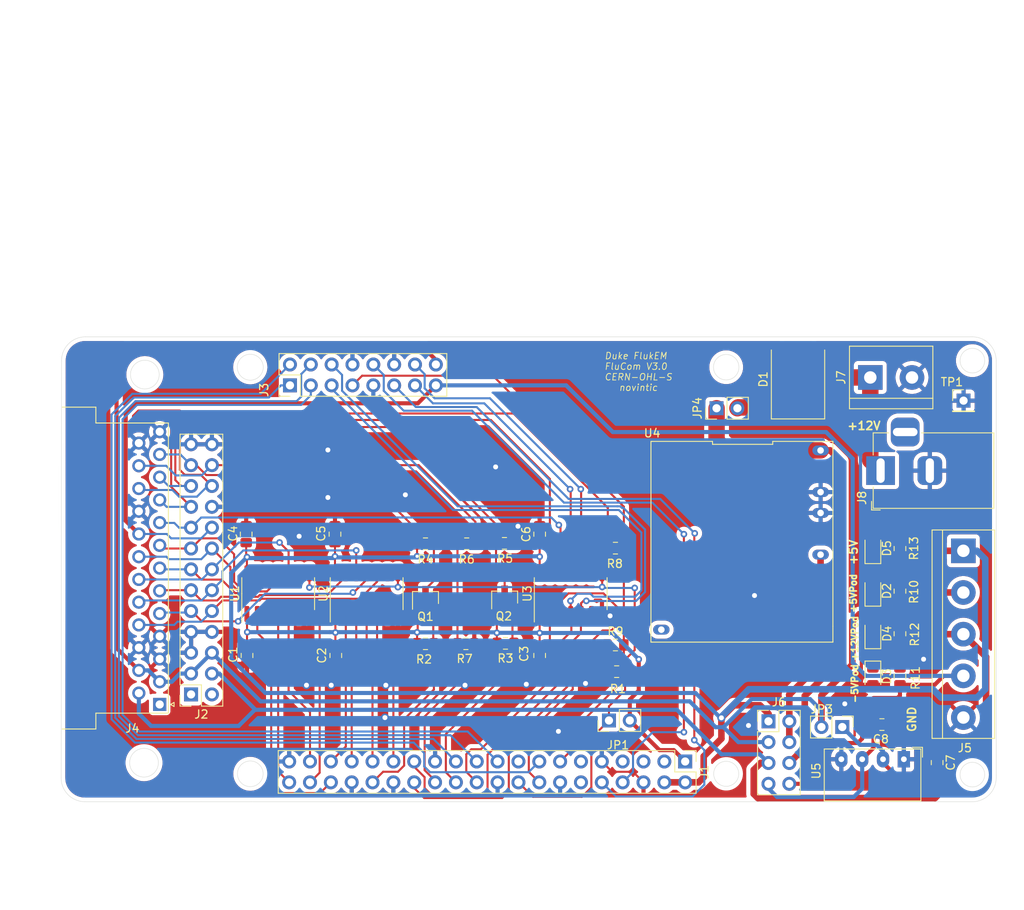
<source format=kicad_pcb>
(kicad_pcb (version 20211014) (generator pcbnew)
  (title_block (title "FluCom") (date "2022-04-08") (rev "3.0") (comment 1 "CERN-OHL-version-2 ") (comment 3 "mirko (novintic)"))
  (layers (0 "F.Cu" signal) (31 "B.Cu" signal) (34 "B.Paste" user) (35 "F.Paste" user) (36 "B.SilkS" user "B.Silkscreen") (37 "F.SilkS" user "F.Silkscreen") (38 "B.Mask" user) (39 "F.Mask" user) (44 "Edge.Cuts" user))
  (net 0 "")
  (net 1 "+3V3")
  (net 2 "GND")
  (net 3 "+5V")
  (net 4 "Net-(C7-Pad2)")
  (net 5 "Net-(C8-Pad1)")
  (net 6 "Net-(D2-Pad2)")
  (net 7 "Net-(D3-Pad1)")
  (net 10 "Net-(D1-Pad2)")
  (net 12 "TX_A")
  (net 13 "Net-(D4-Pad2)")
  (net 14 "+12V")
  (net 15 "Net-(D5-Pad2)")
  (net 16 "RX_A")
  (net 19 "SPICS_A")
  (net 21 "MOSI_A")
  (net 22 "~{PODprsnt_A}")
  (net 23 "OE")
  (net 24 "MISO_A")
  (net 25 "PWRFAIL_A")
  (net 27 "~{RESET_A}")
  (net 28 "~{PODSTAT_A}")
  (net 30 "Net-(J6-Pad2)")
  (net 31 "DA7")
  (net 32 "DA6")
  (net 33 "~{MAINSTAT_A}")
  (net 34 "DA5")
  (net 35 "DA4")
  (net 36 "DA0")
  (net 37 "DA3")
  (net 38 "DA1")
  (net 39 "DA2")
  (net 40 "Net-(J6-Pad6)")
  (net 41 "+5V_Pod")
  (net 42 "DB6")
  (net 43 "DB4")
  (net 44 "DB2")
  (net 45 "DB0")
  (net 46 "~{PODprsnt_B}")
  (net 47 "~{SYNC_B}")
  (net 48 "PWRFAIL_B")
  (net 49 "~{MAINSTAT_B}")
  (net 50 "+12V_Pod")
  (net 51 "DB7")
  (net 52 "DB5")
  (net 53 "DB3")
  (net 54 "DB1")
  (net 55 "-5V")
  (net 56 "~{RESET_B}")
  (net 57 "~{PODSTAT_B}")
  (net 60 "~{SYNC_A}")
  (net 67 "SPISCK_A")
  (net 68 "GPIO0_A")
  (net 69 "GPIO1_A")
  (net 70 "GPIO0_B")
  (net 71 "GPIO1_B")
  (footprint "Capacitor_SMD:C_0805_2012Metric_Pad1.15x1.40mm_HandSolder" (layer "F.Cu") (at 79.6036 122.5804 -90)
    (fp_text reference "C1")
    (fp_text value "0.1uF")
  )
  (footprint "Capacitor_SMD:C_0805_2012Metric_Pad1.15x1.40mm_HandSolder" (layer "F.Cu") (at 90.424 122.5804 -90)
    (fp_text reference "C2")
    (fp_text value "0.1uF")
  )
  (footprint "Capacitor_SMD:C_0805_2012Metric_Pad1.15x1.40mm_HandSolder" (layer "F.Cu") (at 90.3224 107.7976 90)
    (fp_text reference "C5")
    (fp_text value "0.1uF")
  )
  (footprint "Capacitor_SMD:C_0805_2012Metric_Pad1.15x1.40mm_HandSolder" (layer "F.Cu") (at 163.703 135.636 -90)
    (fp_text reference "C7")
    (fp_text value "4.7uF")
  )
  (footprint "LED_SMD:LED_0805_2012Metric_Pad1.15x1.40mm_HandSolder" (layer "F.Cu") (at 155.875 114.71 90)
    (fp_text reference "D2")
    (fp_text value "LED_Small")
  )
  (footprint "LED_SMD:LED_0805_2012Metric_Pad1.15x1.40mm_HandSolder" (layer "F.Cu") (at 155.875 125.125 -90)
    (fp_text reference "D3")
    (fp_text value "LED_Small")
  )
  (footprint "LED_SMD:LED_0805_2012Metric_Pad1.15x1.40mm_HandSolder" (layer "F.Cu") (at 155.875 119.895 90)
    (fp_text reference "D4")
    (fp_text value "LED_Small")
  )
  (footprint "LED_SMD:LED_0805_2012Metric_Pad1.15x1.40mm_HandSolder" (layer "F.Cu") (at 155.875 109.525 90)
    (fp_text reference "D5")
    (fp_text value "LED_Small")
  )
  (footprint "Diode_SMD:D_SMC" (layer "F.Cu") (at 146.75 88.95 90)
    (fp_text reference "D1")
    (fp_text value "B320")
  )
  (footprint "Connector_PinHeader_2.54mm:PinHeader_2x20_P2.54mm_Vertical" (layer "F.Cu") (at 133 135.5 -90)
    (fp_text reference "J1")
    (fp_text value "Raspberry_Pi_2_3")
  )
  (footprint "Fluke6809POD:PinHeader_2x13_P2.54mm_Vertical_Fluke_Numbering_mirrored" (layer "F.Cu") (at 75.325 127.325 180)
    (fp_text reference "J2")
    (fp_text value "Debug")
  )
  (footprint "Connector_BarrelJack:BarrelJack_Horizontal" (layer "F.Cu") (at 156.814 100.05 180)
    (fp_text reference "J8")
    (fp_text value "12V in Barrel Jack")
  )
  (footprint "TerminalBlock:TerminalBlock_bornier-5_P5.08mm" (layer "F.Cu") (at 166.9 109.825 -90)
    (fp_text reference "J5")
    (fp_text value "POWER")
  )
  (footprint "TerminalBlock:TerminalBlock_bornier-2_P5.08mm" (layer "F.Cu") (at 155.56 88.7)
    (fp_text reference "J7")
    (fp_text value "12V in")
  )
  (footprint "Connector_PinHeader_2.54mm:PinHeader_1x02_P2.54mm_Vertical" (layer "F.Cu") (at 152.146 131.3 -90)
    (fp_text reference "JP3")
    (fp_text value "Onboard -5V")
  )
  (footprint "Package_TO_SOT_SMD:SOT-23" (layer "F.Cu") (at 111 115.5 90)
    (fp_text reference "Q2")
    (fp_text value "BSS138")
  )
  (footprint "Resistor_SMD:R_0805_2012Metric_Pad1.15x1.40mm_HandSolder" (layer "F.Cu") (at 159.175 114.741666 90)
    (fp_text reference "R10")
    (fp_text value "300R")
  )
  (footprint "Resistor_SMD:R_0805_2012Metric_Pad1.15x1.40mm_HandSolder" (layer "F.Cu") (at 159.175 119.933332 90)
    (fp_text reference "R12")
    (fp_text value "700R")
  )
  (footprint "Resistor_SMD:R_0805_2012Metric_Pad1.15x1.40mm_HandSolder" (layer "F.Cu") (at 159.175 109.55 90)
    (fp_text reference "R13")
    (fp_text value "300R")
  )
  (footprint "Resistor_SMD:R_0805_2012Metric_Pad1.15x1.40mm_HandSolder" (layer "F.Cu") (at 111.1 121.1 180)
    (fp_text reference "R3")
    (fp_text value "10K")
  )
  (footprint "Resistor_SMD:R_0805_2012Metric_Pad1.15x1.40mm_HandSolder" (layer "F.Cu") (at 106.275 121.15 180)
    (fp_text reference "R7")
    (fp_text value "20K(10K works)")
  )
  (footprint "Connector_PinHeader_2.54mm:PinHeader_1x01_P2.54mm_Vertical" (layer "F.Cu") (at 166.925 91.525)
    (fp_text reference "TP1")
    (fp_text value "TestPoint")
  )
  (footprint "Package_SO:SOIC-14_3.9x8.7mm_P1.27mm" (layer "F.Cu") (at 83.4 115.047 90)
    (fp_text reference "U1")
    (fp_text value "TXS0104EPW")
  )
  (footprint "Package_SO:SOIC-14_3.9x8.7mm_P1.27mm" (layer "F.Cu") (at 94.1832 115.047 90)
    (fp_text reference "U2")
    (fp_text value "TXS0104EPW")
  )
  (footprint "Converter_DCDC:Converter_DCDC_muRata_CRE1xxxxxxSC_THT" (layer "F.Cu") (at 159.65 135.225 -90)
    (fp_text reference "U5")
    (fp_text value "B0505S")
  )
  (footprint "Resistor_SMD:R_0805_2012Metric_Pad1.15x1.40mm_HandSolder" (layer "F.Cu") (at 101.352 121.15 180)
    (fp_text reference "R2")
    (fp_text value "10K")
  )
  (footprint "Resistor_SMD:R_0805_2012Metric_Pad1.15x1.40mm_HandSolder" (layer "F.Cu") (at 101.352 108.966 180)
    (fp_text reference "R4")
    (fp_text value "10K")
  )
  (footprint "Package_TO_SOT_SMD:SOT-23" (layer "F.Cu") (at 101.352 115.55 90)
    (fp_text reference "Q1")
    (fp_text value "BSS138")
  )
  (footprint "Resistor_SMD:R_0805_2012Metric_Pad1.15x1.40mm_HandSolder" (layer "F.Cu") (at 110.975 108.916)
    (fp_text reference "R5")
    (fp_text value "10K")
  )
  (footprint "Resistor_SMD:R_0805_2012Metric_Pad1.15x1.40mm_HandSolder" (layer "F.Cu") (at 124.650001 124.550001)
    (fp_text reference "R1")
    (fp_text value "R_Small")
  )
  (footprint "Capacitor_SMD:C_0805_2012Metric_Pad1.15x1.40mm_HandSolder" (layer "F.Cu") (at 79.502 107.7976 90)
    (fp_text reference "C4")
    (fp_text value "0.1uF")
  )
  (footprint "Capacitor_SMD:C_0805_2012Metric_Pad1.15x1.40mm_HandSolder" (layer "F.Cu") (at 115.2652 122.5804 -90)
    (fp_text reference "C3")
    (fp_text value "0.1uF")
  )
  (footprint "Capacitor_SMD:C_0805_2012Metric_Pad1.15x1.40mm_HandSolder" (layer "F.Cu") (at 115.2652 107.7976 90)
    (fp_text reference "C6")
    (fp_text value "0.1uF")
  )
  (footprint "Package_SO:SOIC-14_3.9x8.7mm_P1.27mm" (layer "F.Cu") (at 119.048 115.047 90)
    (fp_text reference "U3")
    (fp_text value "TXS0104EPW")
  )
  (footprint "Capacitor_SMD:C_0805_2012Metric_Pad1.15x1.40mm_HandSolder" (layer "F.Cu") (at 156.975 131)
    (fp_text reference "C8")
    (fp_text value "10uF")
  )
  (footprint "Resistor_SMD:R_0805_2012Metric_Pad1.15x1.40mm_HandSolder" (layer "F.Cu") (at 159.175 125.125 90)
    (fp_text reference "R11")
    (fp_text value "300R")
  )
  (footprint "Connector_Dsub:DSUB-25_Female_Horizontal_P2.77x2.54mm_EdgePinOffset9.40mm" (layer "F.Cu") (at 68.961 128.55 -90)
    (fp_text reference "J4")
    (fp_text value "DB25_Female")
  )
  (footprint "Connector_PinHeader_2.54mm:PinHeader_1x02_P2.54mm_Vertical" (layer "F.Cu") (at 123.71 130.5 90)
    (fp_text reference "JP1")
    (fp_text value "OE")
  )
  (footprint "Resistor_SMD:R_0805_2012Metric_Pad1.15x1.40mm_HandSolder" (layer "F.Cu") (at 124.5 109.5 180)
    (fp_text reference "R8")
    (fp_text value "10K")
  )
  (footprint "Resistor_SMD:R_0805_2012Metric_Pad1.15x1.40mm_HandSolder" (layer "F.Cu") (at 106.375 108.966)
    (fp_text reference "R6")
    (fp_text value "10K")
  )
  (footprint "Resistor_SMD:R_0805_2012Metric_Pad1.15x1.40mm_HandSolder" (layer "F.Cu") (at 124.5 121.3)
    (fp_text reference "R9")
    (fp_text value "20K(10K works)")
  )
  (footprint "Connector_PinHeader_2.54mm:PinHeader_2x04_P2.54mm_Vertical" (layer "F.Cu") (at 143.15 130.6)
    (fp_text reference "J6")
    (fp_text value "PWset")
  )
  (footprint "Connector_PinHeader_2.54mm:PinHeader_2x08_P2.54mm_Vertical" (layer "F.Cu") (at 84.836 89.662 90)
    (fp_text reference "J3")
    (fp_text value "Conn_02x08_Top_Bottom")
  )
  (footprint "Converter_DCDC:CK1408" (layer "F.Cu") (at 140 107.75 -90)
    (fp_text reference "U4")
    (fp_text value "CK1408")
  )
  (footprint "Connector_PinHeader_2.54mm:PinHeader_1x02_P2.54mm_Vertical" (layer "F.Cu") (at 136.825 92.45 90)
    (fp_text reference "JP4")
    (fp_text value "Jumper_NC_Small")
  )
  (gr_line (start 80.099944 140.398335) (end 138 140.4) (layer "Edge.Cuts") (width 0.05))
  (gr_arc (start 59.85 140.4) (mid 57.79939 139.55061) (end 56.95 137.5) (layer "Edge.Cuts") (width 0.05))
  (gr_line (start 74.05 140.4) (end 59.85 140.4) (layer "Edge.Cuts") (width 0.05))
  (gr_line (start 59.9 83.75) (end 168 83.75) (layer "Edge.Cuts") (width 0.05))
  (gr_arc (start 170.9 137.5) (mid 170.05061 139.55061) (end 168 140.4) (layer "Edge.Cuts") (width 0.05))
  (gr_circle (center 168 137.1) (end 169.5 137.1) (layer "Edge.Cuts") (width 0.05) (fill none))
  (gr_line (start 170.9 137.1) (end 170.9 137.5) (layer "Edge.Cuts") (width 0.05))
  (gr_circle (center 80 87.45) (end 81.3 88.35) (layer "Edge.Cuts") (width 0.05) (fill none))
  (gr_line (start 74.05 140.4) (end 80.099944 140.398335) (layer "Edge.Cuts") (width 0.05))
  (gr_circle (center 67.05 135.65) (end 67.05 133.9) (layer "Edge.Cuts") (width 0.05) (fill none))
  (gr_arc (start 168 83.75) (mid 170.05061 84.59939) (end 170.9 86.65) (layer "Edge.Cuts") (width 0.05))
  (gr_arc (start 57 86.65) (mid 57.84939 84.59939) (end 59.9 83.75) (layer "Edge.Cuts") (width 0.05))
  (gr_circle (center 80 137) (end 81.4 137.7) (layer "Edge.Cuts") (width 0.05) (fill none))
  (gr_circle (center 138 137) (end 139.3 137.8) (layer "Edge.Cuts") (width 0.05) (fill none))
  (gr_line (start 57 86.65) (end 56.95 137.5) (layer "Edge.Cuts") (width 0.05))
  (gr_line (start 170.9 137.1) (end 170.9 86.65) (layer "Edge.Cuts") (width 0.05))
  (gr_line (start 138 140.4) (end 168 140.4) (layer "Edge.Cuts") (width 0.05))
  (gr_circle (center 168 86.65) (end 169.5 86.65) (layer "Edge.Cuts") (width 0.05) (fill none))
  (gr_circle (center 138 87.45) (end 139.5 87.85) (layer "Edge.Cuts") (width 0.05) (fill none))
  (gr_circle (center 67.15 88.35) (end 67.15 86.6) (layer "Edge.Cuts") (width 0.05) (fill none))
  (gr_text "Duke FlukEM \nFluCom V3.0 \nCERN-OHL-S\nnovintic" (at 127.3 88) (layer "F.SilkS") (effects (font (size 0.8 0.8) (thickness 0.1) italic)))
  (gr_text "+5VPod" (at 153.5 115 90) (layer "F.SilkS") (effects (font (size 0.8 0.8) (thickness 0.2))))
  (gr_text "+12V" (at 154.7876 94.5896) (layer "F.SilkS") (effects (font (size 1 1) (thickness 0.2))))
  (gr_text "GND" (at 160.6296 130.3528 90) (layer "F.SilkS") (effects (font (size 1 1) (thickness 0.2))))
  (gr_text "+12VPod" (at 153.67 120.5 90) (layer "F.SilkS") (effects (font (size 0.8 0.8) (thickness 0.2))))
  (gr_text "-5VPod" (at 153.67 126 90) (layer "F.SilkS") (effects (font (size 0.8 0.8) (thickness 0.2))))
  (gr_text "+5V" (at 153.5 110 90) (layer "F.SilkS") (effects (font (size 1 1) (thickness 0.2))))
  (segment (start 127.343493 126.859707) (end 127.343493 123.042991) (width 0.5) (layer "F.Cu") (net 1))
  (segment (start 110.05 116.5) (end 110.05 119.82) (width 0.25) (layer "F.Cu") (net 1))
  (segment (start 79.6036 119.7864) (end 79.6036 121.5554) (width 0.249987) (layer "F.Cu") (net 1))
  (segment (start 90.3732 119.7864) (end 90.3732 117.522) (width 0.249987) (layer "F.Cu") (net 1))
  (segment (start 131.612 134.112) (end 133 135.5) (width 0.5) (layer "F.Cu") (net 1))
  (segment (start 126.25 130.5) (end 129.862 134.112) (width 0.5) (layer "F.Cu") (net 1))
  (segment (start 100.402 119.689) (end 100.33 119.761) (width 0.25) (layer "F.Cu") (net 1))
  (segment (start 126.25 127.9532) (end 127.343493 126.859707) (width 0.5) (layer "F.Cu") (net 1))
  (segment (start 129.862 134.112) (end 131.612 134.112) (width 0.5) (layer "F.Cu") (net 1))
  (segment (start 100.33 121.147) (end 100.33 119.761) (width 0.25) (layer "F.Cu") (net 1))
  (segment (start 79.6036 119.7864) (end 79.6036 117.5356) (width 0.249987) (layer "F.Cu") (net 1))
  (segment (start 90.3732 119.7864) (end 90.3732 121.5046) (width 0.249987) (layer "F.Cu") (net 1))
  (segment (start 100.402 116.55) (end 100.402 119.689) (width 0.25) (layer "F.Cu") (net 1))
  (segment (start 115.2652 121.5554) (end 115.2652 119.8372) (width 0.249987) (layer "F.Cu") (net 1))
  (segment (start 110.05 119.82) (end 110.05 121.075) (width 0.25) (layer "F.Cu") (net 1))
  (segment (start 115.2652 119.8372) (end 115.2652 117.5492) (width 0.249987) (layer "F.Cu") (net 1))
  (segment (start 126.25 130.5) (end 126.25 127.9532) (width 0.5) (layer "F.Cu") (net 1))
  (via (at 100.33 119.761) (size 0.8) (drill 0.4) (layers "F.Cu" "B.Cu") (net 1))
  (via (at 127.343493 123.042991) (size 0.8) (drill 0.4) (layers "F.Cu" "B.Cu") (net 1))
  (via (at 90.3732 119.7864) (size 0.8) (drill 0.4) (layers "F.Cu" "B.Cu") (net 1))
  (via (at 115.2652 119.8372) (size 0.8) (drill 0.4) (layers "F.Cu" "B.Cu") (net 1))
  (via (at 79.632411 119.732567) (size 0.8) (drill 0.4) (layers "F.Cu" "B.Cu") (net 1))
  (via (at 110.05 119.82) (size 0.8) (drill 0.4) (layers "F.Cu" "B.Cu") (net 1))
  (segment (start 89.662 119.7356) (end 79.6798 119.7356) (width 0.5) (layer "B.Cu") (net 1))
  (segment (start 100.292 119.723) (end 100.33 119.761) (width 0.25) (layer "B.Cu") (net 1))
  (segment (start 110.05 119.82) (end 115.248 119.82) (width 0.5) (layer "B.Cu") (net 1))
  (segment (start 109.991 119.761) (end 100.33 119.761) (width 0.5) (layer "B.Cu") (net 1))
  (segment (start 110.05 119.82) (end 109.991 119.761) (width 0.25) (layer "B.Cu") (net 1))
  (segment (start 89.7 119.7356) (end 100.292 119.7356) (width 0.5) (layer "B.Cu") (net 1))
  (segment (start 124.137702 119.8372) (end 115.2652 119.8372) (width 0.5) (layer "B.Cu") (net 1))
  (segment (start 115.248 119.82) (end 115.2652 119.8372) (width 0.5) (layer "B.Cu") (net 1))
  (segment (start 89.671 119.752) (end 89.7 119.723) (width 0.25) (layer "B.Cu") (net 1))
  (segment (start 79.6888 119.752) (end 79.6544 119.7864) (width 0.5) (layer "B.Cu") (net 1))
  (segment (start 127.343493 123.042991) (end 124.137702 119.8372) (width 0.5) (layer "B.Cu") (net 1))
  (segment (start 126.6336 136.7536) (end 127.92 138.04) (width 0.25) (layer "F.Cu") (net 2))
  (segment (start 124.0936 136.7536) (end 126.6336 136.7536) (width 0.25) (layer "F.Cu") (net 2))
  (segment (start 122.84 135.5) (end 124.0936 136.7536) (width 0.25) (layer "F.Cu") (net 2))
  (via (at 85.9536 108.0516) (size 1) (drill 0.6) (layers "F.Cu" "B.Cu") (net 2))
  (via (at 86.85 126.2029) (size 1) (drill 0.6) (layers "F.Cu" "B.Cu") (net 2))
  (via (at 109.9 99.6) (size 1) (drill 0.6) (layers "F.Cu" "B.Cu") (net 2))
  (via (at 117.5512 131.826) (size 1) (drill 0.6) (layers "F.Cu" "B.Cu") (net 2))
  (via (at 123.8504 117.7544) (size 1) (drill 0.6) (layers "F.Cu" "B.Cu") (net 2))
  (via (at 140.716 131.1148) (size 1) (drill 0.6) (layers "F.Cu" "B.Cu") (net 2))
  (via (at 120.8532 125.984) (size 1) (drill 0.6) (layers "F.Cu" "B.Cu") (net 2))
  (via (at 152.4508 128.4732) (size 1) (drill 0.6) (layers "F.Cu" "B.Cu") (net 2))
  (via (at 162.052 123.0376) (size 1) (drill 0.6) (layers "F.Cu" "B.Cu") (net 2))
  (via (at 141.448 115.275) (size 1) (drill 0.6) (layers "F.Cu" "B.Cu") (net 2))
  (via (at 89.4588 97.536) (size 1) (drill 0.6) (layers "F.Cu" "B.Cu") (net 2))
  (via (at 96.411463 130.149989) (size 1) (drill 0.6) (layers "F.Cu" "B.Cu") (net 2))
  (via (at 106.172 126.2029) (size 1) (drill 0.6) (layers "F.Cu" "B.Cu") (net 2))
  (via (at 98.9 103) (size 1) (drill 0.6) (layers "F.Cu" "B.Cu") (net 2))
  (via (at 89.4588 103.3272) (size 1) (drill 0.6) (layers "F.Cu" "B.Cu") (net 2))
  (via (at 96.52 126.2029) (size 1) (drill 0.6) (layers "F.Cu" "B.Cu") (net 2))
  (via (at 113.6396 126.0856) (size 1) (drill 0.6) (layers "F.Cu" "B.Cu") (net 2))
  (via (at 112.6236 106.8324) (size 1) (drill 0.6) (layers "F.Cu" "B.Cu") (net 2))
  (via (at 89.8652 126.2029) (size 1) (drill 0.6) (layers "F.Cu" "B.Cu") (net 2))
  (segment (start 112 108.916) (end 115.1718 108.916) (width 0.249987) (layer "F.Cu") (net 3))
  (segment (start 79.502 110.49) (end 79.6036 110.5916) (width 0.249987) (layer "F.Cu") (net 3))
  (segment (start 100.327 110.487) (end 100.33 110.49) (width 0.249987) (layer "F.Cu") (net 3))
  (segment (start 163.098 109.825) (end 162.348 110.575) (width 0.8) (layer "F.Cu") (net 3))
  (segment (start 133 138.04) (end 130.46 138.04) (width 0.8) (layer "F.Cu") (net 3))
  (segment (start 138.938 128.651) (end 137.414 130.175) (width 0.8) (layer "F.Cu") (net 3))
  (segment (start 135.255 134.874) (end 135.255 137.414) (width 0.8) (layer "F.Cu") (net 3))
  (segment (start 79.59 110.6052) (end 79.6036 110.5916) (width 0.249987) (layer "F.Cu") (net 3))
  (segment (start 137.414 130.175) (end 137.414 132.715) (width 0.8) (layer "F.Cu") (net 3))
  (segment (start 115.2652 108.8226) (end 115.2652 110.5408) (width 0.249987) (layer "F.Cu") (net 3))
  (segment (start 143.15 130.6) (end 143.15 129.688) (width 0.8) (layer "F.Cu") (net 3))
  (segment (start 142.113 128.651) (end 138.938 128.651) (width 0.8) (layer "F.Cu") (net 3))
  (segment (start 100.327 108.966) (end 100.327 110.487) (width 0.249987) (layer "F.Cu") (net 3))
  (segment (start 137.414 132.715) (end 135.255 134.874) (width 0.8) (layer "F.Cu") (net 3))
  (segment (start 143.15 129.688) (end 142.113 128.651) (width 0.8) (layer "F.Cu") (net 3))
  (segment (start 90.3224 108.8226) (end 90.3224 110.5033) (width 0.249987) (layer "F.Cu") (net 3))
  (segment (start 115.2652 110.5408) (end 115.2652 112.5448) (width 0.249987) (layer "F.Cu") (net 3))
  (segment (start 90.3224 112.5212) (end 90.3224 110.5033) (width 0.249987) (layer "F.Cu") (net 3))
  (segment (start 79.59 112.572) (end 79.59 110.6052) (width 0.249987) (layer "F.Cu") (net 3))
  (segment (start 134.629 138.04) (end 133 138.04) (width 0.8) (layer "F.Cu") (net 3))
  (segment (start 166.9 109.825) (end 163.098 109.825) (width 0.8) (layer "F.Cu") (net 3))
  (segment (start 162.348 110.575) (end 159.175 110.575) (width 0.8) (layer "F.Cu") (net 3))
  (segment (start 79.502 108.8226) (end 79.502 110.49) (width 0.249987) (layer "F.Cu") (net 3))
  (segment (start 135.255 137.414) (end 134.629 138.04) (width 0.8) (layer "F.Cu") (net 3))
  (via (at 137.414 130.175) (size 1) (drill 0.6) (layers "F.Cu" "B.Cu") (net 3))
  (via (at 115.2652 110.5408) (size 0.8) (drill 0.4) (layers "F.Cu" "B.Cu") (net 3))
  (via (at 100.33 110.49) (size 0.8) (drill 0.4) (layers "F.Cu" "B.Cu") (net 3))
  (via (at 90.3224 110.5033) (size 0.8) (drill 0.4) (layers "F.Cu" "B.Cu") (net 3))
  (via (at 79.6036 110.5916) (size 0.8) (drill 0.4) (layers "F.Cu" "B.Cu") (net 3))
  (segment (start 90.447401 110.628301) (end 90.3224 110.5033) (width 0.5) (layer "B.Cu") (net 3))
  (segment (start 79.6036 110.5916) (end 79.720911 110.708911) (width 0.5) (layer "B.Cu") (net 3))
  (segment (start 81.8388 127.1524) (end 77.6732 122.9868) (width 0.5) (layer "B.Cu") (net 3))
  (segment (start 77.6732 112.522) (end 79.6036 110.5916) (width 0.5) (layer "B.Cu") (net 3))
  (segment (start 79.720911 110.708911) (end 90.116789 110.708911) (width 0.5) (layer "B.Cu") (net 3))
  (segment (start 163.1696 126.6952) (end 164.1856 127.7112) (width 0.8) (layer "B.Cu") (net 3))
  (segment (start 100.33 110.49) (end 115.2144 110.49) (width 0.5) (layer "B.Cu") (net 3))
  (segment (start 100.33 110.49) (end 100.191699 110.628301) (width 0.5) (layer "B.Cu") (net 3))
  (segment (start 100.191699 110.628301) (end 90.447401 110.628301) (width 0.5) (layer "B.Cu") (net 3))
  (segment (start 77.6732 122.9868) (end 77.6732 112.522) (width 0.5) (layer "B.Cu") (net 3))
  (segment (start 140.7668 126.6952) (end 163.1696 126.6952) (width 0.8) (layer "B.Cu") (net 3))
  (segment (start 137.287 130.175) (end 134.2644 127.1524) (width 0.5) (layer "B.Cu") (net 3))
  (segment (start 168.5544 127.7112) (end 169.5704 126.6952) (width 0.8) (layer "B.Cu") (net 3))
  (segment (start 169.5704 126.6952) (end 169.5704 110.8456) (width 0.8) (layer "B.Cu") (net 3))
  (segment (start 90.116789 110.708911) (end 90.3224 110.5033) (width 0.5) (layer "B.Cu") (net 3))
  (segment (start 115.2144 110.49) (end 115.2652 110.5408) (width 0.5) (layer "B.Cu") (net 3))
  (segment (start 137.414 130.175) (end 137.414 130.048) (width 0.8) (layer "B.Cu") (net 3))
  (segment (start 137.414 130.048) (end 140.7668 126.6952) (width 0.8) (layer "B.Cu") (net 3))
  (segment (start 169.5704 110.8456) (end 168.5498 109.825) (width 0.8) (layer "B.Cu") (net 3))
  (segment (start 164.1856 127.7112) (end 168.5544 127.7112) (width 0.8) (layer "B.Cu") (net 3))
  (segment (start 134.2644 127.1524) (end 81.8388 127.1524) (width 0.5) (layer "B.Cu") (net 3))
  (segment (start 168.5498 109.825) (end 166.9 109.825) (width 0.8) (layer "B.Cu") (net 3))
  (segment (start 157.11 135.647) (end 160.388 138.925) (width 0.5) (layer "F.Cu") (net 4))
  (segment (start 163.703 138.049) (end 163.703 136.661) (width 0.5) (layer "F.Cu") (net 4))
  (segment (start 162.827 138.925) (end 163.703 138.049) (width 0.5) (layer "F.Cu") (net 4))
  (segment (start 160.388 138.925) (end 162.827 138.925) (width 0.5) (layer "F.Cu") (net 4))
  (segment (start 152.146 131.3) (end 154.323 133.477) (width 0.5) (layer "B.Cu") (net 4))
  (segment (start 157.11 134.25) (end 157.11 135.225) (width 0.5) (layer "B.Cu") (net 4))
  (segment (start 154.323 133.477) (end 156.337 133.477) (width 0.5) (layer "B.Cu") (net 4))
  (segment (start 156.337 133.477) (end 157.11 134.25) (width 0.5) (layer "B.Cu") (net 4))
  (segment (start 155.95 133.845) (end 155.95 131) (width 0.5) (layer "F.Cu") (net 5))
  (segment (start 154.57 135.225) (end 155.95 133.845) (width 0.5) (layer "F.Cu") (net 5))
  (segment (start 144.1958 139.827) (end 153.543 139.827) (width 0.5) (layer "B.Cu") (net 5))
  (segment (start 154.57 138.8) (end 154.57 135.225) (width 0.5) (layer "B.Cu") (net 5))
  (segment (start 153.543 139.827) (end 154.57 138.8) (width 0.5) (layer "B.Cu") (net 5))
  (segment (start 143.15 138.7812) (end 144.1958 139.827) (width 0.5) (layer "B.Cu") (net 5))
  (segment (start 155.875 113.685) (end 159.143334 113.685) (width 0.249987) (layer "F.Cu") (net 6))
  (segment (start 159.175 124.1) (end 155.875 124.1) (width 0.249987) (layer "F.Cu") (net 7))
  (segment (start 155.56 88.7) (end 155.56 98.796) (width 2) (layer "F.Cu") (net 10))
  (segment (start 155.56 98.796) (end 156.814 100.05) (width 2) (layer "F.Cu") (net 10))
  (segment (start 155.56 88.7) (end 149.9 88.7) (width 2) (layer "F.Cu") (net 10))
  (segment (start 149.9 88.7) (end 146.75 85.55) (width 2) (layer "F.Cu") (net 10))
  (segment (start 132.842 107.7976) (end 132.842 131.9276) (width 0.249987) (layer "F.Cu") (net 12))
  (via (at 132.842 131.9276) (size 0.8) (drill 0.4) (layers "F.Cu" "B.Cu") (net 12))
  (via (at 132.842 107.7976) (size 0.8) (drill 0.4) (layers "F.Cu" "B.Cu") (net 12))
  (segment (start 126.6444 134.3152) (end 129.032 131.9276) (width 0.249987) (layer "B.Cu") (net 12))
  (segment (start 96.266 90.3224) (end 98.696697 92.753097) (width 0.249987) (layer "B.Cu") (net 12))
  (segment (start 98.696697 92.753097) (end 107.027897 92.753097) (width 0.249987) (layer "B.Cu") (net 12))
  (segment (start 128.996606 103.952206) (end 132.842 107.7976) (width 0.249987) (layer "B.Cu") (net 12))
  (segment (start 126.6444 136.7756) (end 126.6444 134.3152) (width 0.249987) (layer "B.Cu") (net 12))
  (segment (start 129.032 131.9276) (end 132.842 131.9276) (width 0.249987) (layer "B.Cu") (net 12))
  (segment (start 118.227006 103.952206) (end 128.996606 103.952206) (width 0.249987) (layer "B.Cu") (net 12))
  (segment (start 125.38 138.04) (end 126.6444 136.7756) (width 0.249987) (layer "B.Cu") (net 12))
  (segment (start 94.996 87.122) (end 96.266 88.392) (width 0.249987) (layer "B.Cu") (net 12))
  (segment (start 96.266 88.392) (end 96.266 90.3224) (width 0.249987) (layer "B.Cu") (net 12))
  (segment (start 107.027897 92.753097) (end 118.227006 103.952206) (width 0.249987) (layer "B.Cu") (net 12))
  (segment (start 155.875 118.87) (end 159.136668 118.87) (width 0.249987) (layer "F.Cu") (net 13))
  (segment (start 139.465 92.35) (end 139.365 92.45) (width 2) (layer "F.Cu") (net 14))
  (segment (start 146.75 92.35) (end 139.465 92.35) (width 2) (layer "F.Cu") (net 14))
  (segment (start 155.875 108.5) (end 159.15 108.5) (width 0.249987) (layer "F.Cu") (net 15))
  (segment (start 134.112 107.7468) (end 134.1628 107.696) (width 0.249987) (layer "F.Cu") (net 16))
  (segment (start 134.112 132.8928) (end 134.112 107.7468) (width 0.249987) (layer "F.Cu") (net 16))
  (via (at 134.1628 107.696) (size 0.8) (drill 0.4) (layers "F.Cu" "B.Cu") (net 16))
  (via (at 134.112 132.8928) (size 0.8) (drill 0.4) (layers "F.Cu" "B.Cu") (net 16))
  (segment (start 107.5944 92.3036) (end 118.793509 103.502709) (width 0.249987) (layer "B.Cu") (net 16))
  (segment (start 135.3312 138.3284) (end 135.3312 134.112) (width 0.249987) (layer "B.Cu") (net 16))
  (segment (start 133.9088 139.7508) (end 135.3312 138.3284) (width 0.249987) (layer "B.Cu") (net 16))
  (segment (start 97.536 89.662) (end 100.1776 92.3036) (width 0.249987) (layer "B.Cu") (net 16))
  (segment (start 118.793509 103.502709) (end 129.969509 103.502709) (width 0.249987) (layer "B.Cu") (net 16))
  (segment (start 135.3312 134.112) (end 134.112 132.8928) (width 0.249987) (layer "B.Cu") (net 16))
  (segment (start 122.84 138.04) (end 124.5508 139.7508) (width 0.249987) (layer "B.Cu") (net 16))
  (segment (start 124.5508 139.7508) (end 133.9088 139.7508) (width 0.249987) (layer "B.Cu") (net 16))
  (segment (start 100.1776 92.3036) (end 107.5944 92.3036) (width 0.249987) (layer "B.Cu") (net 16))
  (segment (start 129.969509 103.502709) (end 134.1628 107.696) (width 0.249987) (layer "B.Cu") (net 16))
  (segment (start 65.9384 133.1976) (end 63.0936 130.3528) (width 0.249987) (layer "B.Cu") (net 19))
  (segment (start 63.0936 93.216632) (end 65.616825 90.693407) (width 0.249987) (layer "B.Cu") (net 19))
  (segment (start 99.9236 133.1976) (end 65.9384 133.1976) (width 0.249987) (layer "B.Cu") (net 19))
  (segment (start 113.9156 136.8044) (end 101.9048 136.8044) (width 0.249987) (layer "B.Cu") (net 19))
  (segment (start 65.616825 90.693407) (end 81.264593 90.693407) (width 0.249987) (layer "B.Cu") (net 19))
  (segment (start 101.1936 136.0932) (end 101.1936 134.4676) (width 0.249987) (layer "B.Cu") (net 19))
  (segment (start 101.9048 136.8044) (end 101.1936 136.0932) (width 0.249987) (layer "B.Cu") (net 19))
  (segment (start 63.0936 130.3528) (end 63.0936 93.216632) (width 0.249987) (layer "B.Cu") (net 19))
  (segment (start 81.264593 90.693407) (end 84.836 87.122) (width 0.249987) (layer "B.Cu") (net 19))
  (segment (start 101.1936 134.4676) (end 99.9236 133.1976) (width 0.249987) (layer "B.Cu") (net 19))
  (segment (start 115.22 135.5) (end 113.9156 136.8044) (width 0.249987) (layer "B.Cu") (net 19))
  (segment (start 106.489109 131.849109) (end 66.496961 131.849109) (width 0.249987) (layer "B.Cu") (net 21))
  (segment (start 86.198185 92.041896) (end 87.376 90.864081) (width 0.249987) (layer "B.Cu") (net 21))
  (segment (start 87.376 90.864081) (end 87.376 89.662) (width 0.249987) (layer "B.Cu") (net 21))
  (segment (start 66.200104 92.041896) (end 86.198185 92.041896) (width 0.249987) (layer "B.Cu") (net 21))
  (segment (start 110.14 135.5) (end 106.489109 131.849109) (width 0.249987) (layer "B.Cu") (net 21))
  (segment (start 64.442091 93.799909) (end 66.200104 92.041896) (width 0.249987) (layer "B.Cu") (net 21))
  (segment (start 66.496961 131.849109) (end 64.442091 129.794239) (width 0.249987) (layer "B.Cu") (net 21))
  (segment (start 64.442091 129.794239) (end 64.442091 93.799909) (width 0.249987) (layer "B.Cu") (net 21))
  (segment (start 117.778 117.145928) (end 117.778 116.0036) (width 0.25) (layer "F.Cu") (net 22))
  (segment (start 119.297321 126.701679) (end 113.9444 132.0546) (width 0.25) (layer "F.Cu") (net 22))
  (segment (start 124.714 118.8212) (end 124.0028 119.5324) (width 0.25) (layer "F.Cu") (net 22))
  (segment (start 117.778 116.0036) (end 118.7704 115.0112) (width 0.25) (layer "F.Cu") (net 22))
  (segment (start 119.297321 123.171079) (end 119.297321 126.701679) (width 0.25) (layer "F.Cu") (net 22))
  (segment (start 122.936 119.5324) (end 119.297321 123.171079) (width 0.25) (layer "F.Cu") (net 22))
  (segment (start 118.7704 115.0112) (end 123.0376 115.0112) (width 0.25) (layer "F.Cu") (net 22))
  (segment (start 124.714 116.6876) (end 124.714 118.8212) (width 0.25) (layer "F.Cu") (net 22))
  (segment (start 123.0376 115.0112) (end 124.714 116.6876) (width 0.25) (layer "F.Cu") (net 22))
  (segment (start 113.9444 132.0546) (end 113.9444 136.7644) (width 0.25) (layer "F.Cu") (net 22))
  (segment (start 124.0028 119.5324) (end 122.936 119.5324) (width 0.25) (layer "F.Cu") (net 22))
  (segment (start 113.9444 136.7644) (end 115.22 138.04) (width 0.25) (layer "F.Cu") (net 22))
  (segment (start 125.675001 124.550001) (end 125.675001 126.800999) (width 0.249987) (layer "F.Cu") (net 23))
  (segment (start 112.68 138.04) (end 114.4416 139.8016) (width 0.249987) (layer "F.Cu") (net 23))
  (segment (start 125.675001 124.550001) (end 125.675001 123.092599) (width 0.249987) (layer "F.Cu") (net 23))
  (segment (start 123.71 128.766) (end 123.71 130.5) (width 0.249987) (layer "F.Cu") (net 23))
  (segment (start 125.675001 126.800999) (end 123.71 128.766) (width 0.249987) (layer "F.Cu") (net 23))
  (segment (start 121.5644 138.6586) (end 121.5644 132.6456) (width 0.249987) (layer "F.Cu") (net 23))
  (segment (start 87.210269 112.572269) (end 87.210269 114.3) (width 0.249987) (layer "F.Cu") (net 23))
  (segment (start 126.8476 121.92) (end 126.8476 114.3508) (width 0.249987) (layer "F.Cu") (net 23))
  (segment (start 122.8852 114.235089) (end 122.886018 114.235907) (width 0.249987) (layer "F.Cu") (net 23))
  (segment (start 114.4416 139.8016) (end 120.4214 139.8016) (width 0.249987) (layer "F.Cu") (net 23))
  (segment (start 122.8852 112.5992) (end 122.8852 114.235089) (width 0.249987) (layer "F.Cu") (net 23))
  (segment (start 125.675001 123.092599) (end 126.8476 121.92) (width 0.249987) (layer "F.Cu") (net 23))
  (segment (start 97.9932 114.2492) (end 97.9932 112.572) (width 0.249987) (layer "F.Cu") (net 23))
  (segment (start 120.4214 139.8016) (end 121.5644 138.6586) (width 0.249987) (layer "F.Cu") (net 23))
  (segment (start 121.5644 132.6456) (end 123.71 130.5) (width 0.249987) (layer "F.Cu") (net 23))
  (via (at 97.9932 114.2492) (size 0.8) (drill 0.4) (layers "F.Cu" "B.Cu") (net 23))
  (via (at 122.886018 114.235907) (size 0.8) (drill 0.4) (layers "F.Cu" "B.Cu") (net 23))
  (via (at 126.8476 114.3508) (size 0.8) (drill 0.4) (layers "F.Cu" "B.Cu") (net 23))
  (via (at 87.210269 114.3) (size 0.8) (drill 0.4) (layers "F.Cu" "B.Cu") (net 23))
  (segment (start 97.9932 114.2492) (end 122.872725 114.2492) (width 0.249987) (layer "B.Cu") (net 23))
  (segment (start 87.330774 114.179495) (end 87.210269 114.3) (width 0.249987) (layer "B.Cu") (net 23))
  (segment (start 97.923495 114.179495) (end 87.330774 114.179495) (width 0.249987) (layer "B.Cu") (net 23))
  (segment (start 123.000911 114.3508) (end 122.886018 114.235907) (width 0.249987) (layer "B.Cu") (net 23))
  (segment (start 122.872725 114.2492) (end 122.886018 114.235907) (width 0.249987) (layer "B.Cu") (net 23))
  (segment (start 126.8476 114.3508) (end 123.000911 114.3508) (width 0.249987) (layer "B.Cu") (net 23))
  (segment (start 97.9932 114.2492) (end 97.923495 114.179495) (width 0.249987) (layer "B.Cu") (net 23))
  (segment (start 66.310773 132.298605) (end 63.992594 129.980426) (width 0.249987) (layer "B.Cu") (net 24))
  (segment (start 63.992594 129.980426) (end 63.992595 93.613721) (width 0.249987) (layer "B.Cu") (net 24))
  (segment (start 104.398606 132.298606) (end 107.6 135.5) (width 0.249987) (layer "B.Cu") (net 24))
  (segment (start 86.201496 88.296504) (end 87.376 87.122) (width 0.249987) (layer "B.Cu") (net 24))
  (segment (start 63.992595 93.613721) (end 66.013917 91.592399) (width 0.249987) (layer "B.Cu") (net 24))
  (segment (start 85.648801 91.592399) (end 86.2076 91.0336) (width 0.249987) (layer "B.Cu") (net 24))
  (segment (start 86.2076 91.0336) (end 86.2076 90.154601) (width 0.249987) (layer "B.Cu") (net 24))
  (segment (start 86.2076 90.154601) (end 86.201496 90.148497) (width 0.249987) (layer "B.Cu") (net 24))
  (segment (start 104.398606 132.298606) (end 66.310773 132.298605) (width 0.249987) (layer "B.Cu") (net 24))
  (segment (start 66.013917 91.592399) (end 85.648801 91.592399) (width 0.249987) (layer "B.Cu") (net 24))
  (segment (start 86.201496 90.148497) (end 86.201496 88.296504) (width 0.249987) (layer "B.Cu") (net 24))
  (segment (start 106.3244 136.7644) (end 107.6 138.04) (width 0.25) (layer "F.Cu") (net 25))
  (segment (start 116.508 125.6048) (end 108.1024 134.0104) (width 0.25) (layer "F.Cu") (net 25))
  (segment (start 106.3244 134.62) (end 106.3244 136.7644) (width 0.25) (layer "F.Cu") (net 25))
  (segment (start 116.508 117.522) (end 116.508 125.6048) (width 0.25) (layer "F.Cu") (net 25))
  (segment (start 106.934 134.0104) (end 106.3244 134.62) (width 0.25) (layer "F.Cu") (net 25))
  (segment (start 108.1024 134.0104) (end 106.934 134.0104) (width 0.25) (layer "F.Cu") (net 25))
  (segment (start 105.06 138.04) (end 103.8352 136.8152) (width 0.25) (layer "F.Cu") (net 27))
  (segment (start 103.8352 136.8152) (end 103.8352 132.1648) (width 0.25) (layer "F.Cu") (net 27))
  (segment (start 103.8352 132.1648) (end 112.125 123.875) (width 0.25) (layer "F.Cu") (net 27))
  (segment (start 111.95 116.5) (end 111.95 120.925) (width 0.25) (layer "F.Cu") (net 27))
  (segment (start 112.125 123.875) (end 112.125 121.1) (width 0.25) (layer "F.Cu") (net 27))
  (segment (start 101.25 130.020978) (end 105.2576 126.013378) (width 0.25) (layer "F.Cu") (net 28))
  (segment (start 102.52 138.04) (end 102.52 137.8314) (width 0.25) (layer "F.Cu") (net 28))
  (segment (start 101.25 136.5614) (end 101.25 130.020978) (width 0.25) (layer "F.Cu") (net 28))
  (segment (start 105.25 121.15) (end 105.25 109.45) (width 0.25) (layer "F.Cu") (net 28))
  (segment (start 105.2576 126.013378) (end 105.2576 121.1576) (width 0.25) (layer "F.Cu") (net 28))
  (segment (start 102.52 137.8314) (end 101.25 136.5614) (width 0.25) (layer "F.Cu") (net 28))
  (segment (start 145.669 127.381) (end 145.69 127.402) (width 0.8) (layer "F.Cu") (net 30))
  (segment (start 145.69 127.402) (end 145.69 130.6) (width 0.8) (layer "F.Cu") (net 30))
  (segment (start 149.5 110.29) (end 149.5 123.55) (width 0.8) (layer "F.Cu") (net 30))
  (segment (start 149.5 123.55) (end 145.669 127.381) (width 0.8) (layer "F.Cu") (net 30))
  (segment (start 145.69 130.6) (end 145.69 133.14) (width 0.8) (layer "F.Cu") (net 30))
  (segment (start 97.44 123.8052) (end 95.4532 121.8184) (width 0.249987) (layer "F.Cu") (net 31))
  (segment (start 95.4532 121.8184) (end 95.4532 117.522) (width 0.249987) (layer "F.Cu") (net 31))
  (segment (start 97.44 135.5) (end 97.44 123.8052) (width 0.249987) (layer "F.Cu") (net 31))
  (segment (start 94.8944 135.4944) (end 94.8944 122.7836) (width 0.249987) (layer "F.Cu") (net 32))
  (segment (start 94.1832 122.0724) (end 94.1832 117.522) (width 0.249987) (layer "F.Cu") (net 32))
  (segment (start 94.8944 122.7836) (end 94.1832 122.0724) (width 0.249987) (layer "F.Cu") (net 32))
  (segment (start 102.302 116.55) (end 102.302 121.075) (width 0.25) (layer "F.Cu") (net 33))
  (segment (start 98.75 130.358) (end 102.377 126.731) (width 0.25) (layer "F.Cu") (net 33))
  (segment (start 102.377 126.731) (end 102.377 121.15) (width 0.25) (layer "F.Cu") (net 33))
  (segment (start 98.75 136) (end 98.75 130.358) (width 0.25) (layer "F.Cu") (net 33))
  (segment (start 98 136.75) (end 98.75 136) (width 0.25) (layer "F.Cu") (net 33))
  (segment (start 94.9 138.04) (end 96.19 136.75) (width 0.25) (layer "F.Cu") (net 33))
  (segment (start 96.19 136.75) (end 98 136.75) (width 0.25) (layer "F.Cu") (net 33))
  (segment (start 92.9132 122.0724) (end 92.36 122.6256) (width 0.249987) (layer "F.Cu") (net 34))
  (segment (start 92.9132 117.522) (end 92.9132 122.0724) (width 0.249987) (layer "F.Cu") (net 34))
  (segment (start 92.36 122.6256) (end 92.36 135.5) (width 0.249987) (layer "F.Cu") (net 34))
  (segment (start 91.6432 133.6768) (end 89.82 135.5) (width 0.249987) (layer "F.Cu") (net 35))
  (segment (start 91.6432 117.522) (end 91.6432 133.6768) (width 0.249987) (layer "F.Cu") (net 35))
  (segment (start 82.55 138.2776) (end 83.6168 139.3444) (width 0.249987) (layer "F.Cu") (net 36))
  (segment (start 80.86 119.8236) (end 82.55 121.5136) (width 0.249987) (layer "F.Cu") (net 36))
  (segment (start 88.5156 139.3444) (end 89.82 138.04) (width 0.249987) (layer "F.Cu") (net 36))
  (segment (start 82.55 121.5136) (end 82.55 138.2776) (width 0.249987) (layer "F.Cu") (net 36))
  (segment (start 83.6168 139.3444) (end 88.5156 139.3444) (width 0.249987) (layer "F.Cu") (net 36))
  (segment (start 80.86 117.522) (end 80.86 119.8236) (width 0.249987) (layer "F.Cu") (net 36))
  (segment (start 84.67 126.8848) (end 87.28 129.4948) (width 0.25) (layer "F.Cu") (net 37))
  (segment (start 87.28 129.4948) (end 87.28 135.5) (width 0.25) (layer "F.Cu") (net 37))
  (segment (start 84.67 117.522) (end 84.67 126.8848) (width 0.25) (layer "F.Cu") (net 37))
  (segment (start 82.13 116.6504) (end 82.13 117.522) (width 0.25) (layer "F.Cu") (net 38))
  (segment (start 82.661327 116.119073) (end 82.13 116.6504) (width 0.25) (layer "F.Cu") (net 38))
  (segment (start 87.453145 116.119073) (end 82.661327 116.119073) (width 0.25) (layer "F.Cu") (net 38))
  (segment (start 88.454511 117.120439) (end 87.453145 116.119073) (width 0.25) (layer "F.Cu") (net 38))
  (segment (start 88.454511 136.865489) (end 88.454511 117.120439) (width 0.25) (layer "F.Cu") (net 38))
  (segment (start 87.28 138.04) (end 88.454511 136.865489) (width 0.25) (layer "F.Cu") (net 38))
  (segment (start 83.4 117.522) (end 83.4 136.7) (width 0.25) (layer "F.Cu") (net 39))
  (segment (start 83.4 136.7) (end 84.74 138.04) (width 0.25) (layer "F.Cu") (net 39))
  (segment (start 136.825 92.45) (end 136.825 96.439) (width 2) (layer "F.Cu") (net 40))
  (segment (start 150.676 97.59) (end 149.5 97.59) (width 0.8) (layer "F.Cu") (net 40))
  (segment (start 147.574 133.796) (end 147.574 127.508) (width 0.8) (layer "F.Cu") (net 40))
  (segment (start 137.976 97.59) (end 149.5 97.59) (width 2) (layer "F.Cu") (net 40))
  (segment (start 152.019 123.063) (end 152.019 98.933) (width 0.8) (layer "F.Cu") (net 40))
  (segment (start 147.574 127.508) (end 152.019 123.063) (width 0.8) (layer "F.Cu") (net 40))
  (segment (start 145.69 135.68) (end 147.574 133.796) (width 0.8) (layer "F.Cu") (net 40))
  (segment (start 152.019 98.933) (end 150.676 97.59) (width 0.8) (layer "F.Cu") (net 40))
  (segment (start 136.825 96.439) (end 137.976 97.59) (width 2) (layer "F.Cu") (net 40))
  (segment (start 163.733 114.905) (end 162.871334 115.766666) (width 0.8) (layer "F.Cu") (net 41))
  (segment (start 100.584 84.5312) (end 102.616 86.5632) (width 0.5) (layer "F.Cu") (net 41))
  (segment (start 162.871334 115.766666) (end 159.175 115.766666) (width 0.8) (layer "F.Cu") (net 41))
  (segment (start 153.3652 123.698) (end 149.7076 127.3556) (width 0.8) (layer "F.Cu") (net 41))
  (segment (start 63.7032 86.5632) (end 63.6524 86.5124) (width 0.5) (layer "F.Cu") (net 41))
  (segment (start 65.6336 84.5312) (end 100.584 84.5312) (width 0.5) (layer "F.Cu") (net 41))
  (segment (start 154.2288 117.5512) (end 153.3652 118.4148) (width 0.8) (layer "F.Cu") (net 41))
  (segment (start 66.421 124.395) (end 63.7032 121.6772) (width 0.5) (layer "F.Cu") (net 41))
  (segment (start 149.606 127.4572) (end 149.606 131.3) (width 0.8) (layer "F.Cu") (net 41))
  (segment (start 159.175 115.766666) (end 159.175 116.2118) (width 0.8) (layer "F.Cu") (net 41))
  (segment (start 153.3652 118.4148) (end 153.3652 123.698) (width 0.8) (layer "F.Cu") (net 41))
  (segment (start 157.8356 117.5512) (end 154.2288 117.5512) (width 0.8) (layer "F.Cu") (net 41))
  (segment (start 63.6524 86.5124) (end 65.6336 84.5312) (width 0.5) (layer "F.Cu") (net 41))
  (segment (start 166.9 114.905) (end 163.733 114.905) (width 0.8) (layer "F.Cu") (net 41))
  (segment (start 63.7032 121.6772) (end 63.7032 86.5632) (width 0.5) (layer "F.Cu") (net 41))
  (segment (start 102.616 86.5632) (end 102.616 87.122) (width 0.5) (layer "F.Cu") (net 41))
  (segment (start 159.175 116.2118) (end 157.8356 117.5512) (width 0.8) (layer "F.Cu") (net 41))
  (segment (start 141.097 127.889) (end 137.668 131.318) (width 0.5) (layer "B.Cu") (net 41))
  (segment (start 81.2484 128.1684) (end 75.325 122.245) (width 0.5) (layer "B.Cu") (net 41))
  (segment (start 137.668 131.318) (end 139.49 133.14) (width 0.5) (layer "B.Cu") (net 41))
  (segment (start 133.5532 128.1684) (end 81.2484 128.1684) (width 0.5) (layer "B.Cu") (net 41))
  (segment (start 71.43 124.785) (end 72.785 124.785) (width 0.5) (layer "B.Cu") (net 41))
  (segment (start 75.325 122.245) (end 72.785 124.785) (width 0.5) (layer "B.Cu") (net 41))
  (segment (start 137.668 131.318) (end 136.7028 131.318) (width 0.5) (layer "B.Cu") (net 41))
  (segment (start 148.209 127.889) (end 141.097 127.889) (width 0.5) (layer "B.Cu") (net 41))
  (segment (start 67.576 124.395) (end 68.961 125.78) (width 0.5) (layer "B.Cu") (net 41))
  (segment (start 136.7028 131.318) (end 133.5532 128.1684) (width 0.5) (layer "B.Cu") (net 41))
  (segment (start 70.435 125.78) (end 71.43 124.785) (width 0.5) (layer "B.Cu") (net 41))
  (segment (start 139.49 133.14) (end 143.15 133.14) (width 0.5) (layer "B.Cu") (net 41))
  (segment (start 149.606 131.3) (end 149.606 129.286) (width 0.5) (layer "B.Cu") (net 41))
  (segment (start 68.961 125.78) (end 70.435 125.78) (width 0.5) (layer "B.Cu") (net 41))
  (segment (start 66.421 124.395) (end 67.576 124.395) (width 0.5) (layer "B.Cu") (net 41))
  (segment (start 149.606 129.286) (end 148.209 127.889) (width 0.5) (layer "B.Cu") (net 41))
  (segment (start 74.097738 118.420034) (end 78.5227 118.420034) (width 0.25) (layer "F.Cu") (net 42))
  (segment (start 72.842704 117.165) (end 74.097738 118.420034) (width 0.25) (layer "F.Cu") (net 42))
  (segment (start 92.600711 114.903989) (end 92.5068 114.903989) (width 0.25) (layer "F.Cu") (net 42))
  (segment (start 94.1832 113.3215) (end 92.600711 114.903989) (width 0.25) (layer "F.Cu") (net 42))
  (via (at 92.5068 114.903989) (size 0.8) (drill 0.4) (layers "F.Cu" "B.Cu") (net 42))
  (via (at 78.5227 118.420034) (size 0.8) (drill 0.4) (layers "F.Cu" "B.Cu") (net 42))
  (segment (start 92.348789 115.062) (end 81.788 115.062) (width 0.25) (layer "B.Cu") (net 42))
  (segment (start 92.5068 114.903989) (end 92.348789 115.062) (width 0.25) (layer "B.Cu") (net 42))
  (segment (start 81.788 115.062) (end 78.5227 118.3273) (width 0.25) (layer "B.Cu") (net 42))
  (segment (start 78.5227 118.3273) (end 78.5227 118.420034) (width 0.25) (layer "B.Cu") (net 42))
  (segment (start 72.785 117.165) (end 72.602 117.348) (width 0.25) (layer "B.Cu") (net 42))
  (segment (start 72.602 117.348) (end 69.449 117.348) (width 0.25) (layer "B.Cu") (net 42))
  (segment (start 69.449 117.348) (end 69.266 117.165) (width 0.25) (layer "B.Cu") (net 42))
  (segment (start 75.979496 115.8748) (end 74.0348 115.8748) (width 0.25) (layer "F.Cu") (net 43))
  (segment (start 72.785 114.625) (end 69.036 114.625) (width 0.25) (layer "F.Cu") (net 43))
  (segment (start 91.6432 112.948072) (end 89.37122 115.220052) (width 0.25) (layer "F.Cu") (net 43))
  (segment (start 80.944223 115.425289) (end 76.429006 115.42529) (width 0.25) (layer "F.Cu") (net 43))
  (segment (start 89.37122 115.220052) (end 81.14946 115.220052) (width 0.25) (layer "F.Cu") (net 43))
  (segment (start 74.0348 115.8748) (end 72.785 114.625) (width 0.25) (layer "F.Cu") (net 43))
  (segment (start 81.14946 115.220052) (end 80.944223 115.425289) (width 0.25) (layer "F.Cu") (net 43))
  (segment (start 76.429006 115.42529) (end 75.979496 115.8748) (width 0.25) (layer "F.Cu") (net 43))
  (segment (start 80.963267 114.770541) (end 82.028659 114.770541) (width 0.25) (layer "F.Cu") (net 44))
  (segment (start 74.041704 113.3348) (end 76.503392 113.3348) (width 0.25) (layer "F.Cu") (net 44))
  (segment (start 72.791904 112.085) (end 74.041704 113.3348) (width 0.25) (layer "F.Cu") (net 44))
  (segment (start 80.75803 114.975778) (end 80.963267 114.770541) (width 0.25) (layer "F.Cu") (net 44))
  (segment (start 78.144371 114.975779) (end 80.75803 114.975778) (width 0.25) (layer "F.Cu") (net 44))
  (segment (start 76.503392 113.3348) (end 78.144371 114.975779) (width 0.25) (layer "F.Cu") (net 44))
  (segment (start 82.028659 114.770541) (end 83.4 113.3992) (width 0.25) (layer "F.Cu") (net 44))
  (segment (start 72.785 112.085) (end 69.116 112.085) (width 0.25) (layer "B.Cu") (net 44))
  (segment (start 80.86 113.6024) (end 80.86 112.948072) (width 0.25) (layer "F.Cu") (net 45))
  (segment (start 78.0288 113.5888) (end 78.516757 114.076757) (width 0.25) (layer "F.Cu") (net 45))
  (segment (start 76.0984 108.3056) (end 78.0288 110.236) (width 0.25) (layer "F.Cu") (net 45))
  (segment (start 74.0244 108.3056) (end 76.0984 108.3056) (width 0.25) (layer "F.Cu") (net 45))
  (segment (start 72.785 109.545) (end 74.0244 108.3056) (width 0.25) (layer "F.Cu") (net 45))
  (segment (start 78.0288 110.236) (end 78.0288 113.5888) (width 0.25) (layer "F.Cu") (net 45))
  (segment (start 72.785 109.545) (end 69.346 109.545) (width 0.25) (layer "F.Cu") (net 45))
  (segment (start 80.385643 114.076757) (end 80.86 113.6024) (width 0.25) (layer "F.Cu") (net 45))
  (segment (start 78.516757 114.076757) (end 80.385643 114.076757) (width 0.25) (layer "F.Cu") (net 45))
  (segment (start 117.777999 112.572) (end 117.8052 112.544799) (width 0.25) (layer "F.Cu") (net 46))
  (segment (start 117.8052 112.544799) (end 117.8052 106.8832) (width 0.25) (layer "F.Cu") (net 46))
  (segment (start 117.8052 106.8832) (end 117.602 106.68) (width 0.25) (layer "F.Cu") (net 46))
  (via (at 117.602 106.68) (size 0.8) (drill 0.4) (layers "F.Cu" "B.Cu") (net 46))
  (segment (start 71.318 107.005) (end 72.785 107.005) (width 0.25) (layer "B.Cu") (net 46))
  (segment (start 74.0244 105.7656) (end 72.785 107.005) (width 0.25) (layer "B.Cu") (net 46))
  (segment (start 70.739 106.426) (end 71.318 107.005) (width 0.25) (layer "B.Cu") (net 46))
  (segment (start 117.602 106.68) (end 116.6876 105.7656) (width 0.25) (layer "B.Cu") (net 46))
  (segment (start 116.6876 105.7656) (end 74.0244 105.7656) (width 0.25) (layer "B.Cu") (net 46))
  (segment (start 68.997 106.426) (end 70.739 106.426) (width 0.25) (layer "B.Cu") (net 46))
  (segment (start 123.571 104.577332) (end 123.571 109.404) (width 0.25) (layer "F.Cu") (net 47))
  (segment (start 72.785 104.465) (end 70.358 102.038) (width 0.25) (layer "F.Cu") (net 47))
  (segment (start 112.084668 93.091) (end 123.571 104.577332) (width 0.25) (layer "F.Cu") (net 47))
  (segment (start 70.358 94.869) (end 72.136 93.091) (width 0.25) (layer "F.Cu") (net 47))
  (segment (start 72.136 93.091) (end 112.084668 93.091) (width 0.25) (layer "F.Cu") (net 47))
  (segment (start 70.358 102.038) (end 70.358 94.869) (width 0.25) (layer "F.Cu") (net 47))
  (segment (start 69.806 104.465) (end 68.961 103.62) (width 0.25) (layer "B.Cu") (net 47))
  (segment (start 72.785 104.465) (end 69.806 104.465) (width 0.25) (layer "B.Cu") (net 47))
  (segment (start 70.866 101.208081) (end 70.866 95.758) (width 0.25) (layer "F.Cu") (net 48))
  (segment (start 109.3216 93.8784) (end 116.508 101.0648) (width 0.25) (layer "F.Cu") (net 48))
  (segment (start 72.7456 93.8784) (end 109.3216 93.8784) (width 0.25) (layer "F.Cu") (net 48))
  (segment (start 116.508 101.0648) (end 116.508 112.572) (width 0.25) (layer "F.Cu") (net 48))
  (segment (start 72.785 101.925) (end 71.582919 101.925) (width 0.25) (layer "F.Cu") (net 48))
  (segment (start 70.866 95.758) (end 72.7456 93.8784) (width 0.25) (layer "F.Cu") (net 48))
  (segment (start 71.582919 101.925) (end 70.866 101.208081) (width 0.25) (layer "F.Cu") (net 48))
  (segment (start 70.036 101.925) (end 68.961 100.85) (width 0.25) (layer "B.Cu") (net 48))
  (segment (start 72.785 101.925) (end 70.036 101.925) (width 0.25) (layer "B.Cu") (net 48))
  (segment (start 73.420704 99.385) (end 74.627393 100.591689) (width 0.25) (layer "F.Cu") (net 49))
  (segment (start 74.627393 100.591689) (end 93.618689 100.591689) (width 0.25) (layer "F.Cu") (net 49))
  (segment (start 93.618689 100.591689) (end 102.377 109.35) (width 0.25) (layer "F.Cu") (net 49))
  (segment (start 102.377 109.35) (end 102.377 113.475) (width 0.25) (layer "F.Cu") (net 49))
  (segment (start 72.785 99.385) (end 73.420704 99.385) (width 0.25) (layer "F.Cu") (net 49))
  (segment (start 101.352 114.5) (end 101.352 114.55) (width 0.25) (layer "F.Cu") (net 49))
  (segment (start 102.377 113.475) (end 101.352 114.5) (width 0.25) (layer "F.Cu") (net 49))
  (segment (start 72.785 99.385) (end 71.48 98.08) (width 0.25) (layer "B.Cu") (net 49))
  (segment (start 71.48 98.08) (end 68.961 98.08) (width 0.25) (layer "B.Cu") (net 49))
  (segment (start 166.9 119.985) (end 164.114 119.985) (width 0.8) (layer "F.Cu") (net 50))
  (segment (start 165.227 136.144) (end 169.672 131.699) (width 0.8) (layer "F.Cu") (net 50))
  (segment (start 169.672 131.699) (end 169.672 122.757) (width 0.8) (layer "F.Cu") (net 50))
  (segment (start 169.672 122.757) (end 166.9 119.985) (width 0.8) (layer "F.Cu") (net 50))
  (segment (start 141.351 139.446) (end 141.859 139.954) (width 0.8) (layer "F.Cu") (net 50))
  (segment (start 141.351 136.525) (end 141.351 139.446) (width 0.8) (layer "F.Cu") (net 50))
  (segment (start 163.449 139.954) (end 165.227 138.176) (width 0.8) (layer "F.Cu") (net 50))
  (segment (start 142.196 135.68) (end 141.351 136.525) (width 0.8) (layer "F.Cu") (net 50))
  (segment (start 165.227 138.176) (end 165.227 136.144) (width 0.8) (layer "F.Cu") (net 50))
  (segment (start 141.859 139.954) (end 163.449 139.954) (width 0.8) (layer "F.Cu") (net 50))
  (segment (start 164.114 119.985) (end 163.140668 120.958332) (width 0.8) (layer "F.Cu") (net 50))
  (segment (start 143.15 135.68) (end 142.196 135.68) (width 0.8) (layer "F.Cu") (net 50))
  (segment (start 163.140668 120.958332) (end 159.175 120.958332) (width 0.8) (layer "F.Cu") (net 50))
  (segment (start 76.2202 124.785) (end 75.325 124.785) (width 0.5) (layer "B.Cu") (net 50))
  (segment (start 67.9196 131.1656) (end 66.421 129.667) (width 0.5) (layer "B.Cu") (net 50))
  (segment (start 131.994489 129.200489) (end 80.635689 129.200489) (width 0.5) (layer "B.Cu") (net 50))
  (segment (start 143.15 135.68) (end 142.09 134.62) (width 0.5) (layer "B.Cu") (net 50))
  (segment (start 80.635689 129.200489) (end 76.2202 124.785) (width 0.5) (layer "B.Cu") (net 50))
  (segment (start 142.09 134.62) (end 137.414 134.62) (width 0.5) (layer "B.Cu") (net 50))
  (segment (start 137.414 134.62) (end 131.994489 129.200489) (width 0.5) (layer "B.Cu") (net 50))
  (segment (start 66.421 129.667) (end 66.421 127.165) (width 0.5) (layer "B.Cu") (net 50))
  (segment (start 80.552711 129.200489) (end 78.5876 131.1656) (width 0.5) (layer "B.Cu") (net 50))
  (segment (start 80.635689 129.200489) (end 80.552711 129.200489) (width 0.5) (layer "B.Cu") (net 50))
  (segment (start 78.5876 131.1656) (end 67.9196 131.1656) (width 0.5) (layer "B.Cu") (net 50))
  (segment (start 95.4532 112.572) (end 95.4532 113.5888) (width 0.25) (layer "F.Cu") (net 51))
  (segment (start 76.6152 115.8748) (end 75.325 117.165) (width 0.25) (layer "F.Cu") (net 51))
  (segment (start 81.130416 115.8748) (end 76.6152 115.8748) (width 0.25) (layer "F.Cu") (net 51))
  (segment (start 81.335654 115.669562) (end 81.130416 115.8748) (width 0.25) (layer "F.Cu") (net 51))
  (segment (start 95.4532 113.5888) (end 93.372438 115.669562) (width 0.25) (layer "F.Cu") (net 51))
  (segment (start 93.372438 115.669562) (end 81.335654 115.669562) (width 0.25) (layer "F.Cu") (net 51))
  (segment (start 71.12 118.4656) (end 70.7306 118.855) (width 0.25) (layer "B.Cu") (net 51))
  (segment (start 70.7306 118.855) (end 66.421 118.855) (width 0.25) (layer "B.Cu") (net 51))
  (segment (start 75.325 117.165) (end 74.0244 118.4656) (width 0.25) (layer "B.Cu") (net 51))
  (segment (start 74.0244 118.4656) (end 71.12 118.4656) (width 0.25) (layer "B.Cu") (net 51))
  (segment (start 92.9132 112.572) (end 92.9132 109.7788) (width 0.25) (layer "F.Cu") (net 52))
  (via (at 92.9132 109.7788) (size 0.8) (drill 0.4) (layers "F.Cu" "B.Cu") (net 52))
  (segment (start 74.0752 115.8748) (end 66.6312 115.8748) (width 0.25) (layer "B.Cu") (net 52))
  (segment (start 75.325 114.625) (end 74.0752 115.8748) (width 0.25) (layer "B.Cu") (net 52))
  (segment (start 79.1464 109.7788) (end 76.6064 112.3188) (width 0.25) (layer "B.Cu") (net 52))
  (segment (start 66.6312 115.8748) (end 66.421 116.085) (width 0.25) (layer "B.Cu") (net 52))
  (segment (start 76.6064 112.3188) (end 76.6064 113.3436) (width 0.25) (layer "B.Cu") (net 52))
  (segment (start 92.9132 109.7788) (end 79.1464 109.7788) (width 0.25) (layer "B.Cu") (net 52))
  (segment (start 76.6064 113.3436) (end 75.325 114.625) (width 0.25) (layer "B.Cu") (net 52))
  (segment (start 84.67 112.572) (end 84.67 109.9176) (width 0.25) (layer "F.Cu") (net 53))
  (segment (start 84.67 109.9176) (end 83.566 108.8136) (width 0.25) (layer "F.Cu") (net 53))
  (via (at 83.566 108.8136) (size 0.8) (drill 0.4) (layers "F.Cu" "B.Cu") (net 53))
  (segment (start 78.5964 108.8136) (end 83.566 108.8136) (width 0.25) (layer "B.Cu") (net 53))
  (segment (start 74.095 113.315) (end 78.5964 108.8136) (width 0.25) (layer "B.Cu") (net 53))
  (segment (start 66.421 113.315) (end 74.095 113.315) (width 0.25) (layer "B.Cu") (net 53))
  (segment (start 81.309511 113.768561) (end 81.30951 113.788594) (width 0.25) (layer "F.Cu") (net 54))
  (segment (start 77.579289 113.774993) (end 77.579289 111.799289) (width 0.25) (layer "F.Cu") (net 54))
  (segment (start 78.330563 114.526267) (end 77.579289 113.774993) (width 0.25) (layer "F.Cu") (net 54))
  (segment (start 80.571836 114.526268) (end 78.330563 114.526267) (width 0.25) (layer "F.Cu") (net 54))
  (segment (start 82.13 112.948072) (end 81.309511 113.768561) (width 0.25) (layer "F.Cu") (net 54))
  (segment (start 81.30951 113.788594) (end 80.571836 114.526268) (width 0.25) (layer "F.Cu") (net 54))
  (segment (start 77.579289 111.799289) (end 75.325 109.545) (width 0.25) (layer "F.Cu") (net 54))
  (segment (start 82.13 112.572) (end 82.13 112.948072) (width 0.25) (layer "F.Cu") (net 54))
  (segment (start 75.325 109.545) (end 74.0244 110.8456) (width 0.25) (layer "B.Cu") (net 54))
  (segment (start 69.775222 110.545) (end 66.421 110.545) (width 0.25) (layer "B.Cu") (net 54))
  (segment (start 70.075822 110.8456) (end 69.775222 110.545) (width 0.25) (layer "B.Cu") (net 54))
  (segment (start 74.0244 110.8456) (end 70.075822 110.8456) (width 0.25) (layer "B.Cu") (net 54))
  (segment (start 149.0472 134.366) (end 150.1648 133.2484) (width 0.5) (layer "F.Cu") (net 55))
  (segment (start 158.877 127.762) (end 159.175 127.464) (width 0.5) (layer "F.Cu") (net 55))
  (segment (start 145.69 138.22) (end 147.276 138.22) (width 0.5) (layer "F.Cu") (net 55))
  (segment (start 159.175 126.15) (end 163.41 126.15) (width 0.5) (layer "F.Cu") (net 55))
  (segment (start 154.559 132.715) (end 154.559 129.159) (width 0.5) (layer "F.Cu") (net 55))
  (segment (start 149.0472 136.4488) (end 149.0472 134.366) (width 0.5) (layer "F.Cu") (net 55))
  (segment (start 150.1648 133.2484) (end 154.0256 133.2484) (width 0.5) (layer "F.Cu") (net 55))
  (segment (start 164.495 125.065) (end 166.9 125.065) (width 0.5) (layer "F.Cu") (net 55))
  (segment (start 163.41 126.15) (end 164.495 125.065) (width 0.5) (layer "F.Cu") (net 55))
  (segment (start 154.559 129.159) (end 155.956 127.762) (width 0.5) (layer "F.Cu") (net 55))
  (segment (start 159.175 127.464) (end 159.175 126.15) (width 0.5) (layer "F.Cu") (net 55))
  (segment (start 102.616 89.662) (end 100.4316 91.8464) (width 0.5) (layer "F.Cu") (net 55))
  (segment (start 65.9892 91.8464) (end 64.8208 93.0148) (width 0.5) (layer "F.Cu") (net 55))
  (segment (start 64.8208 106.1748) (end 66.421 107.775) (width 0.5) (layer "F.Cu") (net 55))
  (segment (start 154.0256 133.2484) (end 154.559 132.715) (width 0.5) (layer "F.Cu") (net 55))
  (segment (start 155.956 127.762) (end 158.877 127.762) (width 0.5) (layer "F.Cu") (net 55))
  (segment (start 100.4316 91.8464) (end 65.9892 91.8464) (width 0.5) (layer "F.Cu") (net 55))
  (segment (start 147.276 138.22) (end 149.0472 136.4488) (width 0.5) (layer "F.Cu") (net 55))
  (segment (start 64.8208 93.0148) (end 64.8208 106.1748) (width 0.5) (layer "F.Cu") (net 55))
  (segment (start 75.325 107.005) (end 74.0244 108.3056) (width 0.25) (layer "B.Cu") (net 55))
  (segment (start 150.1648 95.3516) (end 124.1806 95.3516) (width 0.5) (layer "B.Cu") (net 55))
  (segment (start 155.037 125.065) (end 153.416 123.444) (width 0.5) (layer "B.Cu") (net 55))
  (segment (start 153.416 98.6028) (end 150.1648 95.3516) (width 0.5) (layer "B.Cu") (net 55))
  (segment (start 124.1806 95.3516) (end 118.491 89.662) (width 0.5) (layer "B.Cu") (net 55))
  (segment (start 153.416 123.444) (end 153.416 98.6028) (width 0.5) (layer "B.Cu") (net 55))
  (segment (start 74.0244 108.3056) (end 70.362133 108.3056) (width 0.25) (layer "B.Cu") (net 55))
  (segment (start 166.9 125.065) (end 155.037 125.065) (width 0.5) (layer "B.Cu") (net 55))
  (segment (start 118.491 89.662) (end 102.616 89.662) (width 0.5) (layer "B.Cu") (net 55))
  (segment (start 70.362133 108.3056) (end 69.831533 107.775) (width 0.25) (layer "B.Cu") (net 55))
  (segment (start 69.831533 107.775) (end 66.421 107.775) (width 0.25) (layer "B.Cu") (net 55))
  (segment (start 71.4248 99.9744) (end 71.4248 95.9612) (width 0.25) (layer "F.Cu") (net 56))
  (segment (start 98.0948 94.742) (end 109.9312 106.5784) (width 0.25) (layer "F.Cu") (net 56))
  (segment (start 109.9312 106.5784) (end 109.9312 108.8972) (width 0.25) (layer "F.Cu") (net 56))
  (segment (start 75.325 101.925) (end 73.959511 100.559511) (width 0.25) (layer "F.Cu") (net 56))
  (segment (start 73.959511 100.559511) (end 72.009911 100.559511) (width 0.25) (layer "F.Cu") (net 56))
  (segment (start 111 112.651) (end 111 114.5) (width 0.25) (layer "F.Cu") (net 56))
  (segment (start 109.9312 108.8972) (end 109.95 108.916) (width 0.25) (layer "F.Cu") (net 56))
  (segment (start 109.95 109.3) (end 109.95 111.601) (width 0.25) (layer "F.Cu") (net 56))
  (segment (start 72.644 94.742) (end 98.0948 94.742) (width 0.25) (layer "F.Cu") (net 56))
  (segment (start 71.4248 95.9612) (end 72.644 94.742) (width 0.25) (layer "F.Cu") (net 56))
  (segment (start 72.009911 100.559511) (end 71.4248 99.9744) (width 0.25) (layer "F.Cu") (net 56))
  (segment (start 109.95 111.601) (end 111 112.651) (width 0.25) (layer "F.Cu") (net 56))
  (segment (start 66.597499 102.411499) (end 66.421 102.235) (width 0.25) (layer "B.Cu") (net 56))
  (segment (start 70.509099 102.411499) (end 66.597499 102.411499) (width 0.25) (layer "B.Cu") (net 56))
  (segment (start 74.8082 101.925) (end 73.5076 103.2256) (width 0.25) (layer "B.Cu") (net 56))
  (segment (start 73.5076 103.2256) (end 71.3232 103.2256) (width 0.25) (layer "B.Cu") (net 56))
  (segment (start 75.325 101.925) (end 74.8082 101.925) (width 0.25) (layer "B.Cu") (net 56))
  (segment (start 71.3232 103.2256) (end 70.509099 102.411499) (width 0.25) (layer "B.Cu") (net 56))
  (segment (start 107.442 106.299) (end 107.442 108.924) (width 0.25) (layer "F.Cu") (net 57))
  (segment (start 75.325 99.385) (end 100.528 99.385) (width 0.25) (layer "F.Cu") (net 57))
  (segment (start 107.442 108.924) (end 107.4 108.966) (width 0.25) (layer "F.Cu") (net 57))
  (segment (start 100.528 99.385) (end 107.442 106.299) (width 0.25) (layer "F.Cu") (net 57))
  (segment (start 70.9168 100.6348) (end 69.747 99.465) (width 0.25) (layer "B.Cu") (net 57))
  (segment (start 69.747 99.465) (end 66.421 99.465) (width 0.25) (layer "B.Cu") (net 57))
  (segment (start 74.0752 100.6348) (end 70.9168 100.6348) (width 0.25) (layer "B.Cu") (net 57))
  (segment (start 75.325 99.385) (end 74.0752 100.6348) (width 0.25) (layer "B.Cu") (net 57))
  (segment (start 120.142 130.937) (end 120.142 133.118) (width 0.25) (layer "F.Cu") (net 60))
  (segment (start 125.525 121.3) (end 125.525 122.4806) (width 0.25) (layer "F.Cu") (net 60))
  (segment (start 125.525 104.443) (end 125.525 109.5) (width 0.249987) (layer "F.Cu") (net 60))
  (segment (start 92.456 89.662) (end 93.630504 88.487496) (width 0.249987) (layer "F.Cu") (net 60))
  (segment (start 125.525 109.5) (end 125.525 121.3) (width 0.249987) (layer "F.Cu") (net 60))
  (segment (start 109.569496 88.487496) (end 125.525 104.443) (width 0.249987) (layer "F.Cu") (net 60))
  (segment (start 124.6124 123.3932) (end 124.6124 126.4666) (width 0.25) (layer "F.Cu") (net 60))
  (segment (start 124.6124 126.4666) (end 120.142 130.937) (width 0.25) (layer "F.Cu") (net 60))
  (segment (start 93.630504 88.487496) (end 109.569496 88.487496) (width 0.249987) (layer "F.Cu") (net 60))
  (segment (start 120.142 133.118) (end 117.76 135.5) (width 0.25) (layer "F.Cu") (net 60))
  (segment (start 125.525 122.4806) (end 124.6124 123.3932) (width 0.25) (layer "F.Cu") (net 60))
  (segment (start 65.82773 91.142902) (end 82.25511 91.142903) (width 0.249987) (layer "B.Cu") (net 67))
  (segment (start 65.741535 91.229097) (end 65.82773 91.142902) (width 0.249987) (layer "B.Cu") (net 67))
  (segment (start 83.736013 89.662) (end 84.836 89.662) (width 0.249987) (layer "B.Cu") (net 67))
  (segment (start 65.716819 91.229097) (end 65.741535 91.229097) (width 0.249987) (layer "B.Cu") (net 67))
  (segment (start 63.543097 93.402819) (end 65.716819 91.229097) (width 0.249987) (layer "B.Cu") (net 67))
  (segment (start 102.308103 132.748103) (end 66.124585 132.748101) (width 0.249987) (layer "B.Cu") (net 67))
  (segment (start 82.25511 91.142903) (end 83.736013 89.662) (width 0.249987) (layer "B.Cu") (net 67))
  (segment (start 66.124585 132.748101) (end 63.543097 130.166613) (width 0.249987) (layer "B.Cu") (net 67))
  (segment (start 105.06 135.5) (end 102.308103 132.748103) (width 0.249987) (layer "B.Cu") (net 67))
  (segment (start 63.543097 130.166613) (end 63.543097 93.402819) (width 0.249987) (layer "B.Cu") (net 67))
  (segment (start 117.9576 120.8024) (end 119.126 119.634) (width 0.249987) (layer "F.Cu") (net 68))
  (segment (start 102.0064 139.4968) (end 108.5596 139.4968) (width 0.249987) (layer "F.Cu") (net 68))
  (segment (start 119.126 119.634) (end 119.126 117.6) (width 0.249987) (layer "F.Cu") (net 68))
  (segment (start 119.126 117.6) (end 119.048 117.522) (width 0.249987) (layer "F.Cu") (net 68))
  (segment (start 108.9152 139.1412) (end 108.9152 134.6708) (width 0.249987) (layer "F.Cu") (net 68))
  (segment (start 101.2444 137.414) (end 101.2444 138.7348) (width 0.249987) (layer "F.Cu") (net 68))
  (segment (start 108.9152 134.6708) (end 117.9576 125.6284) (width 0.249987) (layer "F.Cu") (net 68))
  (segment (start 99.98 136.1496) (end 101.2444 137.414) (width 0.249987) (layer "F.Cu") (net 68))
  (segment (start 119.048 115.9492) (end 119.0244 115.9256) (width 0.249987) (layer "F.Cu") (net 68))
  (segment (start 99.98 135.5) (end 99.98 136.1496) (width 0.249987) (layer "F.Cu") (net 68))
  (segment (start 119.048 117.522) (end 119.048 115.9492) (width 0.249987) (layer "F.Cu") (net 68))
  (segment (start 101.2444 138.7348) (end 102.0064 139.4968) (width 0.249987) (layer "F.Cu") (net 68))
  (segment (start 117.9576 125.6284) (end 117.9576 120.8024) (width 0.249987) (layer "F.Cu") (net 68))
  (segment (start 108.5596 139.4968) (end 108.9152 139.1412) (width 0.249987) (layer "F.Cu") (net 68))
  (via (at 119.0244 115.9256) (size 0.8) (drill 0.4) (layers "F.Cu" "B.Cu") (net 68))
  (segment (start 127.6604 107.5944) (end 124.9172 104.8512) (width 0.249987) (layer "B.Cu") (net 68))
  (segment (start 121.4628 115.062) (end 121.8184 115.4176) (width 0.249987) (layer "B.Cu") (net 68))
  (segment (start 126.8984 115.4176) (end 127.6604 114.6556) (width 0.249987) (layer "B.Cu") (net 68))
  (segment (start 119.0244 115.8748) (end 119.8372 115.062) (width 0.249987) (layer "B.Cu") (net 68))
  (segment (start 121.8184 115.4176) (end 126.8984 115.4176) (width 0.249987) (layer "B.Cu") (net 68))
  (segment (start 127.6604 114.6556) (end 127.6604 107.5944) (width 0.249987) (layer "B.Cu") (net 68))
  (segment (start 119.0244 115.9256) (end 119.0244 115.8748) (width 0.249987) (layer "B.Cu") (net 68))
  (segment (start 124.9172 104.8512) (end 104.6988 104.8512) (width 0.249987) (layer "B.Cu") (net 68))
  (segment (start 104.6988 104.8512) (end 89.916 90.0684) (width 0.249987) (layer "B.Cu") (net 68))
  (segment (start 89.916 90.0684) (end 89.916 89.662) (width 0.249987) (layer "B.Cu") (net 68))
  (segment (start 119.8372 115.062) (end 121.4628 115.062) (width 0.249987) (layer "B.Cu") (net 68))
  (segment (start 120.5992 115.9256) (end 120.9548 115.9256) (width 0.249987) (layer "F.Cu") (net 69))
  (segment (start 101.1936 139.954) (end 110.6932 139.954) (width 0.249987) (layer "F.Cu") (net 69))
  (segment (start 120.2944 117.5456) (end 120.318 117.522) (width 0.249987) (layer "F.Cu") (net 69))
  (segment (start 118.618 121.5136) (end 120.2944 119.8372) (width 0.249987) (layer "F.Cu") (net 69))
  (segment (start 111.505496 139.141704) (end 111.505496 133.502904) (width 0.249987) (layer "F.Cu") (net 69))
  (segment (start 120.2944 119.8372) (end 120.2944 117.5456) (width 0.249987) (layer "F.Cu") (net 69))
  (segment (start 118.618 126.3904) (end 118.618 121.5136) (width 0.249987) (layer "F.Cu") (net 69))
  (segment (start 99.98 138.04) (end 99.98 138.7404) (width 0.249987) (layer "F.Cu") (net 69))
  (segment (start 110.6932 139.954) (end 111.505496 139.141704) (width 0.249987) (layer "F.Cu") (net 69))
  (segment (start 99.98 138.7404) (end 101.1936 139.954) (width 0.249987) (layer "F.Cu") (net 69))
  (segment (start 120.318 117.522) (end 120.318 116.2068) (width 0.249987) (layer "F.Cu") (net 69))
  (segment (start 111.505496 133.502904) (end 118.618 126.3904) (width 0.249987) (layer "F.Cu") (net 69))
  (segment (start 120.318 116.2068) (end 120.5992 115.9256) (width 0.249987) (layer "F.Cu") (net 69))
  (via (at 120.9548 115.9256) (size 0.8) (drill 0.4) (layers "F.Cu" "B.Cu") (net 69))
  (segment (start 120.9548 115.9256) (end 120.972496 115.943296) (width 0.249987) (layer "B.Cu") (net 69))
  (segment (start 128.109897 114.841787) (end 128.109897 107.231097) (width 0.249987) (layer "B.Cu") (net 69))
  (segment (start 124.731012 104.401704) (end 105.265303 104.401703) (width 0.249987) (layer "B.Cu") (net 69))
  (segment (start 125.103387 104.401703) (end 124.731012 104.401704) (width 0.249987) (layer "B.Cu") (net 69))
  (segment (start 105.265303 104.401703) (end 91.186 90.3224) (width 0.249987) (layer "B.Cu") (net 69))
  (segment (start 120.972496 115.943296) (end 127.008388 115.943296) (width 0.249987) (layer "B.Cu") (net 69))
  (segment (start 91.186 88.392) (end 89.916 87.122) (width 0.249987) (layer "B.Cu") (net 69))
  (segment (start 128.109897 107.231097) (end 125.460594 104.581794) (width 0.249987) (layer "B.Cu") (net 69))
  (segment (start 125.283478 104.581794) (end 125.103387 104.401703) (width 0.249987) (layer "B.Cu") (net 69))
  (segment (start 127.008388 115.943296) (end 128.109897 114.841787) (width 0.249987) (layer "B.Cu") (net 69))
  (segment (start 125.460594 104.581794) (end 125.283478 104.581794) (width 0.249987) (layer "B.Cu") (net 69))
  (segment (start 91.186 90.3224) (end 91.186 88.392) (width 0.249987) (layer "B.Cu") (net 69))
  (segment (start 119.048 112.572) (end 119.048 102.3856) (width 0.249987) (layer "F.Cu") (net 70))
  (segment (start 119.048 102.3856) (end 118.9736 102.3112) (width 0.249987) (layer "F.Cu") (net 70))
  (via (at 118.9736 102.3112) (size 0.8) (drill 0.4) (layers "F.Cu" "B.Cu") (net 70))
  (segment (start 102.268103 91.854103) (end 108.516503 91.854103) (width 0.249987) (layer "B.Cu") (net 70))
  (segment (start 108.516503 91.854103) (end 118.9736 102.3112) (width 0.249987) (layer "B.Cu") (net 70))
  (segment (start 100.076 89.662) (end 102.268103 91.854103) (width 0.249987) (layer "B.Cu") (net 70))
  (segment (start 120.318 102.348932) (end 120.278444 102.309376) (width 0.249987) (layer "F.Cu") (net 71))
  (segment (start 120.318 112.572) (end 120.318 102.348932) (width 0.249987) (layer "F.Cu") (net 71))
  (via (at 120.278444 102.309376) (size 0.8) (drill 0.4) (layers "F.Cu" "B.Cu") (net 71))
  (segment (start 109.205868 91.2368) (end 120.278444 102.309376) (width 0.249987) (layer "B.Cu") (net 71))
  (segment (start 101.250504 88.296504) (end 101.250504 90.023704) (width 0.249987) (layer "B.Cu") (net 71))
  (segment (start 101.250504 90.023704) (end 102.4636 91.2368) (width 0.249987) (layer "B.Cu") (net 71))
  (segment (start 102.4636 91.2368) (end 109.205868 91.2368) (width 0.249987) (layer "B.Cu") (net 71))
  (segment (start 100.076 87.122) (end 101.250504 88.296504) (width 0.249987) (layer "B.Cu") (net 71))
  (zone (net 2) (net_name "GND") (layer "F.Cu") (connect_pads (clearance 0.508)) (min_thickness 0.254) (fill yes (thermal_gap 0.508) (thermal_bridge_width 0.508))
    (polygon (pts (xy 174.3 144.9) (xy 50.7 144.9) (xy 50.7 46.1) (xy 174.3 46.1)))
  )
  (zone (net 2) (net_name "GND") (layer "B.Cu") (connect_pads (clearance 0.508)) (min_thickness 0.254) (fill yes (thermal_gap 0.508) (thermal_bridge_width 0.508))
    (polygon (pts (xy 173.9 153.6) (xy 49.5 153.6) (xy 49.5 42.7) (xy 173.9 42.7)))
  )
)
</source>
